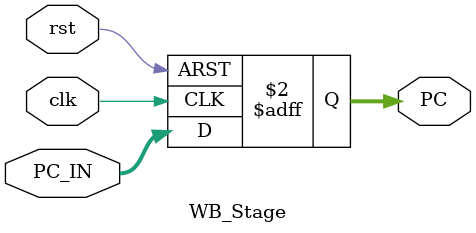
<source format=v>
module WB_Stage(
  input clk , rst,
  input [31:0] PC_IN,
  output reg [31:0] PC
  );
  always @(posedge rst,posedge clk)
  begin
    if (rst) begin
      PC <= 32'b0;
	  end
    else begin
      PC <= PC_IN;
    end
  end
endmodule


</source>
